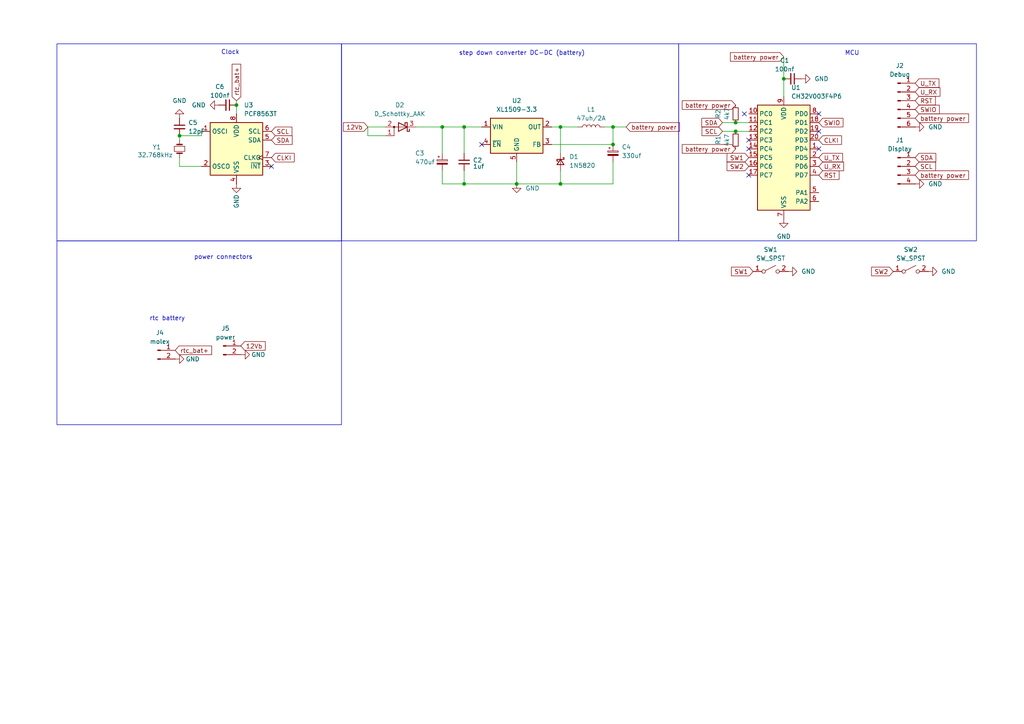
<source format=kicad_sch>
(kicad_sch (version 20250114) (generator "eeschema") (generator_version "9.0")
  (paper "A4")
  (title_block (title "SJ413-clock") (date "2025-04-22") (rev "1.0"))
  (lib_symbols
    (symbol "Connector:Conn_01x02_Pin" (pin_names (offset 1.016) (hide yes))
      (property "Reference" "J" (at 0 2.54 0))
      (property "Value" "Conn_01x02_Pin" (at 0 -5.08 0))
      (symbol "Conn_01x02_Pin_1_1"
        (rectangle (start 0.8636 0.127) (end 0 -0.127) (stroke (width 0.1524)) (fill (type outline)))
        (rectangle (start 0.8636 -2.413) (end 0 -2.667) (stroke (width 0.1524)) (fill (type outline)))
        (polyline (pts (xy 1.27 0) (xy 0.8636 0)) (stroke (width 0.1524)))
        (polyline (pts (xy 1.27 -2.54) (xy 0.8636 -2.54)) (stroke (width 0.1524)))
        (pin passive line (at 5.08 0 180) (length 3.81) (name "Pin_1") (number "1"))
        (pin passive line (at 5.08 -2.54 180) (length 3.81) (name "Pin_2") (number "2"))
      )
    )
    (symbol "Connector:Conn_01x04_Pin" (pin_names (offset 1.016) (hide yes))
      (property "Reference" "J" (at 0 5.08 0))
      (property "Value" "Conn_01x04_Pin" (at 0 -7.62 0))
      (symbol "Conn_01x04_Pin_1_1"
        (rectangle (start 0.8636 2.667) (end 0 2.413) (stroke (width 0.1524)) (fill (type outline)))
        (rectangle (start 0.8636 0.127) (end 0 -0.127) (stroke (width 0.1524)) (fill (type outline)))
        (rectangle (start 0.8636 -2.413) (end 0 -2.667) (stroke (width 0.1524)) (fill (type outline)))
        (rectangle (start 0.8636 -4.953) (end 0 -5.207) (stroke (width 0.1524)) (fill (type outline)))
        (polyline (pts (xy 1.27 2.54) (xy 0.8636 2.54)) (stroke (width 0.1524)))
        (polyline (pts (xy 1.27 0) (xy 0.8636 0)) (stroke (width 0.1524)))
        (polyline (pts (xy 1.27 -2.54) (xy 0.8636 -2.54)) (stroke (width 0.1524)))
        (polyline (pts (xy 1.27 -5.08) (xy 0.8636 -5.08)) (stroke (width 0.1524)))
        (pin passive line (at 5.08 2.54 180) (length 3.81) (name "Pin_1") (number "1"))
        (pin passive line (at 5.08 0 180) (length 3.81) (name "Pin_2") (number "2"))
        (pin passive line (at 5.08 -2.54 180) (length 3.81) (name "Pin_3") (number "3"))
        (pin passive line (at 5.08 -5.08 180) (length 3.81) (name "Pin_4") (number "4"))
      )
    )
    (symbol "Connector:Conn_01x06_Pin" (pin_names (offset 1.016) (hide yes))
      (property "Reference" "J" (at 0 7.62 0))
      (property "Value" "Conn_01x06_Pin" (at 0 -10.16 0))
      (symbol "Conn_01x06_Pin_1_1"
        (rectangle (start 0.8636 5.207) (end 0 4.953) (stroke (width 0.1524)) (fill (type outline)))
        (rectangle (start 0.8636 2.667) (end 0 2.413) (stroke (width 0.1524)) (fill (type outline)))
        (rectangle (start 0.8636 0.127) (end 0 -0.127) (stroke (width 0.1524)) (fill (type outline)))
        (rectangle (start 0.8636 -2.413) (end 0 -2.667) (stroke (width 0.1524)) (fill (type outline)))
        (rectangle (start 0.8636 -4.953) (end 0 -5.207) (stroke (width 0.1524)) (fill (type outline)))
        (rectangle (start 0.8636 -7.493) (end 0 -7.747) (stroke (width 0.1524)) (fill (type outline)))
        (polyline (pts (xy 1.27 5.08) (xy 0.8636 5.08)) (stroke (width 0.1524)))
        (polyline (pts (xy 1.27 2.54) (xy 0.8636 2.54)) (stroke (width 0.1524)))
        (polyline (pts (xy 1.27 0) (xy 0.8636 0)) (stroke (width 0.1524)))
        (polyline (pts (xy 1.27 -2.54) (xy 0.8636 -2.54)) (stroke (width 0.1524)))
        (polyline (pts (xy 1.27 -5.08) (xy 0.8636 -5.08)) (stroke (width 0.1524)))
        (polyline (pts (xy 1.27 -7.62) (xy 0.8636 -7.62)) (stroke (width 0.1524)))
        (pin passive line (at 5.08 5.08 180) (length 3.81) (name "Pin_1") (number "1"))
        (pin passive line (at 5.08 2.54 180) (length 3.81) (name "Pin_2") (number "2"))
        (pin passive line (at 5.08 0 180) (length 3.81) (name "Pin_3") (number "3"))
        (pin passive line (at 5.08 -2.54 180) (length 3.81) (name "Pin_4") (number "4"))
        (pin passive line (at 5.08 -5.08 180) (length 3.81) (name "Pin_5") (number "5"))
        (pin passive line (at 5.08 -7.62 180) (length 3.81) (name "Pin_6") (number "6"))
      )
    )
    (symbol "Device:C_Polarized_Small" (pin_numbers (hide yes)) (pin_names (offset 0.254) (hide yes))
      (property "Reference" "C" (at 0.254 1.778 0))
      (property "Value" "C_Polarized_Small" (at 0.254 -2.032 0))
      (symbol "C_Polarized_Small_0_1"
        (rectangle (start -1.524 0.6858) (end 1.524 0.3048))
        (rectangle (start -1.524 -0.3048) (end 1.524 -0.6858) (fill (type outline)))
        (polyline (pts (xy -1.27 1.524) (xy -0.762 1.524)))
        (polyline (pts (xy -1.016 1.27) (xy -1.016 1.778)))
      )
      (symbol "C_Polarized_Small_1_1"
        (pin passive line (at 0 2.54 270) (length 1.8542) (name "~") (number "1"))
        (pin passive line (at 0 -2.54 90) (length 1.8542) (name "~") (number "2"))
      )
    )
    (symbol "Device:C_Small" (pin_numbers (hide yes)) (pin_names (offset 0.254) (hide yes))
      (property "Reference" "C" (at 0.254 1.778 0))
      (property "Value" "C_Small" (at 0.254 -2.032 0))
      (symbol "C_Small_0_1"
        (polyline (pts (xy -1.524 0.508) (xy 1.524 0.508)) (stroke (width 0.3048)))
        (polyline (pts (xy -1.524 -0.508) (xy 1.524 -0.508)) (stroke (width 0.3302)))
      )
      (symbol "C_Small_1_1"
        (pin passive line (at 0 2.54 270) (length 2.032) (name "~") (number "1"))
        (pin passive line (at 0 -2.54 90) (length 2.032) (name "~") (number "2"))
      )
    )
    (symbol "Device:Crystal_Small" (pin_numbers (hide yes)) (pin_names (offset 1.016) (hide yes))
      (property "Reference" "Y" (at 0 2.54 0))
      (property "Value" "Crystal_Small" (at 0 -2.54 0))
      (symbol "Crystal_Small_0_1"
        (polyline (pts (xy -1.27 -0.762) (xy -1.27 0.762)) (stroke (width 0.381)))
        (rectangle (start -0.762 -1.524) (end 0.762 1.524))
        (polyline (pts (xy 1.27 -0.762) (xy 1.27 0.762)) (stroke (width 0.381)))
      )
      (symbol "Crystal_Small_1_1"
        (pin passive line (at -2.54 0 0) (length 1.27) (name "1") (number "1"))
        (pin passive line (at 2.54 0 180) (length 1.27) (name "2") (number "2"))
      )
    )
    (symbol "Device:D_Schottky_AAK" (pin_names (offset 0) (hide yes))
      (property "Reference" "D" (at 0 2.54 0))
      (property "Value" "D_Schottky_AAK" (at 0 -2.54 0))
      (symbol "D_Schottky_AAK_0_1"
        (polyline (pts (xy -1.905 0.635) (xy -1.905 1.27) (xy -1.27 1.27) (xy -1.27 -1.27) (xy -0.635 -1.27) (xy -0.635 -0.635)) (stroke (width 0.254)))
        (polyline (pts (xy 1.27 1.27) (xy 1.27 -1.27) (xy -1.27 0) (xy 1.27 1.27)) (stroke (width 0.254)))
        (circle (center 2.54 0) (radius 0.254) (fill (type outline)))
        (polyline (pts (xy 3.81 2.54) (xy 2.54 2.54) (xy 2.54 0) (xy -1.27 0)))
      )
      (symbol "D_Schottky_AAK_1_1"
        (pin passive line (at -3.81 0 0) (length 2.54) (name "K") (number "3"))
        (pin passive line (at 5.08 2.54 180) (length 2.54) (name "A") (number "1"))
        (pin passive line (at 5.08 0 180) (length 2.54) (name "A") (number "2"))
      )
    )
    (symbol "Device:D_Schottky_Small" (pin_numbers (hide yes)) (pin_names (offset 0.254) (hide yes))
      (property "Reference" "D" (at -1.27 2.032 0))
      (property "Value" "D_Schottky_Small" (at -7.112 -2.032 0))
      (symbol "D_Schottky_Small_0_1"
        (polyline (pts (xy -1.27 0.762) (xy -1.27 1.016) (xy -0.762 1.016) (xy -0.762 -1.016) (xy -0.254 -1.016) (xy -0.254 -0.762)) (stroke (width 0.254)))
        (polyline (pts (xy -0.762 0) (xy 0.762 0)))
        (polyline (pts (xy 0.762 -1.016) (xy -0.762 0) (xy 0.762 1.016) (xy 0.762 -1.016)) (stroke (width 0.254)))
      )
      (symbol "D_Schottky_Small_1_1"
        (pin passive line (at -2.54 0 0) (length 1.778) (name "K") (number "1"))
        (pin passive line (at 2.54 0 180) (length 1.778) (name "A") (number "2"))
      )
    )
    (symbol "Device:L" (pin_numbers (hide yes)) (pin_names (offset 1.016) (hide yes))
      (property "Reference" "L" (at -1.27 0 90))
      (property "Value" "L" (at 1.905 0 90))
      (symbol "L_0_1"
        (arc (start 0 2.54) (mid 0.6323 1.905) (end 0 1.27))
        (arc (start 0 1.27) (mid 0.6323 0.635) (end 0 0))
        (arc (start 0 0) (mid 0.6323 -0.635) (end 0 -1.27))
        (arc (start 0 -1.27) (mid 0.6323 -1.905) (end 0 -2.54))
      )
      (symbol "L_1_1"
        (pin passive line (at 0 3.81 270) (length 1.27) (name "1") (number "1"))
        (pin passive line (at 0 -3.81 90) (length 1.27) (name "2") (number "2"))
      )
    )
    (symbol "Device:R_Small" (pin_numbers (hide yes)) (pin_names (offset 0.254) (hide yes))
      (property "Reference" "R" (at 0.762 0.508 0))
      (property "Value" "R_Small" (at 0.762 -1.016 0))
      (symbol "R_Small_0_1"
        (rectangle (start -0.762 1.778) (end 0.762 -1.778) (stroke (width 0.2032)))
      )
      (symbol "R_Small_1_1"
        (pin passive line (at 0 2.54 270) (length 0.762) (name "~") (number "1"))
        (pin passive line (at 0 -2.54 90) (length 0.762) (name "~") (number "2"))
      )
    )
    (symbol "MCU_WCH_CH32V0:CH32V003FxPx"
      (property "Reference" "U" (at -7.62 17.78 0))
      (property "Value" "CH32V003FxPx" (at 7.62 17.78 0))
      (symbol "CH32V003FxPx_1_1"
        (rectangle (start -7.62 15.24) (end 7.62 -15.24) (stroke (width 0.254)) (fill (type background)))
        (pin bidirectional line (at -10.16 12.7 0) (length 2.54) (name "PC0") (number "10"))
        (pin bidirectional line (at -10.16 10.16 0) (length 2.54) (name "PC1") (number "11"))
        (pin bidirectional line (at -10.16 7.62 0) (length 2.54) (name "PC2") (number "12"))
        (pin bidirectional line (at -10.16 5.08 0) (length 2.54) (name "PC3") (number "13"))
        (pin bidirectional line (at -10.16 2.54 0) (length 2.54) (name "PC4") (number "14"))
        (pin bidirectional line (at -10.16 0 0) (length 2.54) (name "PC5") (number "15"))
        (pin bidirectional line (at -10.16 -2.54 0) (length 2.54) (name "PC6") (number "16"))
        (pin bidirectional line (at -10.16 -5.08 0) (length 2.54) (name "PC7") (number "17"))
        (pin power_in line (at 0 17.78 270) (length 2.54) (name "VDD") (number "9"))
        (pin power_in line (at 0 -17.78 90) (length 2.54) (name "VSS") (number "7"))
        (pin bidirectional line (at 10.16 12.7 180) (length 2.54) (name "PD0") (number "8"))
        (pin bidirectional line (at 10.16 10.16 180) (length 2.54) (name "PD1") (number "18"))
        (pin bidirectional line (at 10.16 7.62 180) (length 2.54) (name "PD2") (number "19"))
        (pin bidirectional line (at 10.16 5.08 180) (length 2.54) (name "PD3") (number "20"))
        (pin bidirectional line (at 10.16 2.54 180) (length 2.54) (name "PD4") (number "1"))
        (pin bidirectional line (at 10.16 0 180) (length 2.54) (name "PD5") (number "2"))
        (pin bidirectional line (at 10.16 -2.54 180) (length 2.54) (name "PD6") (number "3"))
        (pin bidirectional line (at 10.16 -5.08 180) (length 2.54) (name "PD7") (number "4"))
        (pin bidirectional line (at 10.16 -10.16 180) (length 2.54) (name "PA1") (number "5"))
        (pin bidirectional line (at 10.16 -12.7 180) (length 2.54) (name "PA2") (number "6"))
      )
    )
    (symbol "Regulator_Switching:XL1509-3.3"
      (property "Reference" "U" (at -7.112 6.096 0))
      (property "Value" "XL1509-3.3" (at 5.842 6.096 0))
      (symbol "XL1509-3.3_0_1"
        (rectangle (start -7.62 5.08) (end 7.62 -5.08) (stroke (width 0.254)) (fill (type background)))
      )
      (symbol "XL1509-3.3_1_1"
        (pin power_in line (at -10.16 2.54 0) (length 2.54) (name "VIN") (number "1"))
        (pin input line (at -10.16 -2.54 0) (length 2.54) (name "~{EN}") (number "4"))
        (pin power_in line (at 0 -7.62 90) (length 2.54) (name "GND") (number "5"))
        (pin passive line (at 0 -7.62 90) (length 2.54) (hide yes) (name "GND") (number "6"))
        (pin passive line (at 0 -7.62 90) (length 2.54) (hide yes) (name "GND") (number "7"))
        (pin passive line (at 0 -7.62 90) (length 2.54) (hide yes) (name "GND") (number "8"))
        (pin power_out line (at 10.16 2.54 180) (length 2.54) (name "OUT") (number "2"))
        (pin input line (at 10.16 -2.54 180) (length 2.54) (name "FB") (number "3"))
      )
    )
    (symbol "Switch:SW_SPST" (pin_names (offset 0) (hide yes))
      (property "Reference" "SW" (at 0 3.175 0))
      (property "Value" "SW_SPST" (at 0 -2.54 0))
      (symbol "SW_SPST_0_0"
        (circle (center -2.032 0) (radius 0.508))
        (polyline (pts (xy -1.524 0.254) (xy 1.524 1.778)))
        (circle (center 2.032 0) (radius 0.508))
      )
      (symbol "SW_SPST_1_1"
        (pin passive line (at -5.08 0 0) (length 2.54) (name "A") (number "1"))
        (pin passive line (at 5.08 0 180) (length 2.54) (name "B") (number "2"))
      )
    )
    (symbol "Timer_RTC:PCF8563T"
      (property "Reference" "U" (at -7.62 8.89 0))
      (property "Value" "PCF8563T" (at 2.54 8.89 0))
      (symbol "PCF8563T_0_1"
        (rectangle (start -7.62 7.62) (end 7.62 -7.62) (stroke (width 0.254)) (fill (type background)))
      )
      (symbol "PCF8563T_1_1"
        (pin input line (at -10.16 5.08 0) (length 2.54) (name "OSCI") (number "1"))
        (pin output line (at -10.16 -5.08 0) (length 2.54) (name "OSCO") (number "2"))
        (pin power_in line (at 0 10.16 270) (length 2.54) (name "VDD") (number "8"))
        (pin power_in line (at 0 -10.16 90) (length 2.54) (name "VSS") (number "4"))
        (pin input line (at 10.16 5.08 180) (length 2.54) (name "SCL") (number "6"))
        (pin bidirectional line (at 10.16 2.54 180) (length 2.54) (name "SDA") (number "5"))
        (pin output clock (at 10.16 -2.54 180) (length 2.54) (name "CLKO") (number "7"))
        (pin output line (at 10.16 -5.08 180) (length 2.54) (name "~{INT}") (number "3"))
      )
    )
    (symbol "power:GND" (power) (pin_numbers (hide yes)) (pin_names (offset 0) (hide yes))
      (property "Value" "GND" (at 0 -3.81 0))
      (symbol "GND_0_1"
        (polyline (pts (xy 0 0) (xy 0 -1.27) (xy 1.27 -1.27) (xy 0 -2.54) (xy -1.27 -1.27) (xy 0 -1.27)))
      )
      (symbol "GND_1_1"
        (pin power_in line (at 0 0 270) (length 0) (name "~") (number "1"))
      )
    )
  )
  (rectangle (start 16.51 69.85) (end 99.06 123.19))
  (rectangle (start 16.51 12.7) (end 99.06 69.85))
  (rectangle (start 196.85 12.7) (end 283.21 69.85))
  (rectangle (start 99.06 12.7) (end 196.85 69.85))
  (text "MCU" (at 247.142 15.494 0) (effects (font (size 1.27 1.27))))
  (text "power connectors" (at 64.77 74.676 0) (effects (font (size 1.27 1.27))))
  (text "Clock" (at 66.802 15.24 0) (effects (font (size 1.27 1.27))))
  (text "step down converter DC-DC (battery)" (at 151.384 15.494 0) (effects (font (size 1.27 1.27))))
  (text "rtc battery" (at 48.514 92.456 0) (effects (font (size 1.27 1.27))))
  (junction (at 177.8 36.83))
  (junction (at 134.62 36.83))
  (junction (at 162.56 36.83))
  (junction (at 227.33 22.86))
  (junction (at 162.56 53.34))
  (junction (at 177.8 41.91))
  (junction (at 134.62 53.34))
  (junction (at 128.27 36.83))
  (junction (at 68.58 30.48))
  (junction (at 52.07 39.37))
  (junction (at 213.36 35.56))
  (junction (at 149.86 53.34))
  (junction (at 213.36 38.1))
  (no_connect (at 78.74 48.26))
  (no_connect (at 217.17 43.18))
  (no_connect (at 237.49 38.1))
  (no_connect (at 217.17 50.8))
  (no_connect (at 215.9 33.02))
  (no_connect (at 237.49 33.02))
  (no_connect (at 139.7 41.91))
  (no_connect (at 217.17 40.64))
  (no_connect (at 237.49 43.18))
  (wire (pts (xy 209.55 35.56) (xy 213.36 35.56)))
  (wire (pts (xy 128.27 36.83) (xy 128.27 44.45)))
  (wire (pts (xy 177.8 53.34) (xy 177.8 46.99)))
  (wire (pts (xy 58.42 38.1) (xy 58.42 39.37)))
  (wire (pts (xy 52.07 39.37) (xy 52.07 40.64)))
  (wire (pts (xy 213.36 35.56) (xy 217.17 35.56)))
  (wire (pts (xy 52.07 48.26) (xy 58.42 48.26)))
  (wire (pts (xy 128.27 53.34) (xy 134.62 53.34)))
  (wire (pts (xy 52.07 45.72) (xy 52.07 48.26)))
  (wire (pts (xy 149.86 46.99) (xy 149.86 53.34)))
  (wire (pts (xy 162.56 49.53) (xy 162.56 53.34)))
  (wire (pts (xy 175.26 36.83) (xy 177.8 36.83)))
  (wire (pts (xy 68.58 29.21) (xy 68.58 30.48)))
  (wire (pts (xy 227.33 22.86) (xy 227.33 27.94)))
  (wire (pts (xy 162.56 44.45) (xy 162.56 36.83)))
  (wire (pts (xy 111.76 39.37) (xy 106.68 39.37)))
  (wire (pts (xy 162.56 53.34) (xy 177.8 53.34)))
  (wire (pts (xy 149.86 53.34) (xy 134.62 53.34)))
  (wire (pts (xy 160.02 41.91) (xy 177.8 41.91)))
  (wire (pts (xy 106.68 36.83) (xy 111.76 36.83)))
  (wire (pts (xy 106.68 39.37) (xy 106.68 36.83)))
  (wire (pts (xy 162.56 53.34) (xy 149.86 53.34)))
  (wire (pts (xy 128.27 36.83) (xy 134.62 36.83)))
  (wire (pts (xy 177.8 36.83) (xy 177.8 41.91)))
  (wire (pts (xy 160.02 36.83) (xy 162.56 36.83)))
  (wire (pts (xy 128.27 53.34) (xy 128.27 49.53)))
  (wire (pts (xy 134.62 36.83) (xy 139.7 36.83)))
  (wire (pts (xy 134.62 49.53) (xy 134.62 53.34)))
  (wire (pts (xy 177.8 36.83) (xy 181.61 36.83)))
  (wire (pts (xy 227.33 16.51) (xy 227.33 22.86)))
  (wire (pts (xy 162.56 36.83) (xy 167.64 36.83)))
  (wire (pts (xy 68.58 30.48) (xy 68.58 33.02)))
  (wire (pts (xy 134.62 44.45) (xy 134.62 36.83)))
  (wire (pts (xy 213.36 38.1) (xy 217.17 38.1)))
  (wire (pts (xy 120.65 36.83) (xy 128.27 36.83)))
  (wire (pts (xy 58.42 39.37) (xy 52.07 39.37)))
  (wire (pts (xy 209.55 38.1) (xy 213.36 38.1)))
  (global_label "12Vb" (shape input) (at 106.68 36.83 180) (property "Intersheetrefs" "${INTERSHEET_REFS}" (effects (hide yes))))
  (global_label "rtc_bat+" (shape input) (at 50.8 101.6 0) (property "Intersheetrefs" "${INTERSHEET_REFS}" (effects (hide yes))))
  (global_label "SCL" (shape input) (at 265.43 48.26 0) (property "Intersheetrefs" "${INTERSHEET_REFS}" (effects (hide yes))))
  (global_label "CLKI" (shape input) (at 237.49 40.64 0) (property "Intersheetrefs" "${INTERSHEET_REFS}" (effects (hide yes))))
  (global_label "U_TX" (shape input) (at 265.43 24.13 0) (property "Intersheetrefs" "${INTERSHEET_REFS}" (effects (hide yes))))
  (global_label "battery power" (shape input) (at 213.36 30.48 180) (property "Intersheetrefs" "${INTERSHEET_REFS}" (effects (hide yes))))
  (global_label "SDA" (shape input) (at 78.74 40.64 0) (property "Intersheetrefs" "${INTERSHEET_REFS}" (effects (hide yes))))
  (global_label "battery power" (shape input) (at 265.43 50.8 0) (property "Intersheetrefs" "${INTERSHEET_REFS}" (effects (hide yes))))
  (global_label "RST" (shape input) (at 237.49 50.8 0) (property "Intersheetrefs" "${INTERSHEET_REFS}" (effects (hide yes))))
  (global_label "12Vb" (shape input) (at 69.85 100.33 0) (property "Intersheetrefs" "${INTERSHEET_REFS}" (effects (hide yes))))
  (global_label "SDA" (shape input) (at 265.43 45.72 0) (property "Intersheetrefs" "${INTERSHEET_REFS}" (effects (hide yes))))
  (global_label "RST" (shape input) (at 265.43 29.21 0) (property "Intersheetrefs" "${INTERSHEET_REFS}" (effects (hide yes))))
  (global_label "battery power" (shape input) (at 213.36 43.18 180) (property "Intersheetrefs" "${INTERSHEET_REFS}" (effects (hide yes))))
  (global_label "SCL" (shape input) (at 78.74 38.1 0) (property "Intersheetrefs" "${INTERSHEET_REFS}" (effects (hide yes))))
  (global_label "U_RX" (shape input) (at 265.43 26.67 0) (property "Intersheetrefs" "${INTERSHEET_REFS}" (effects (hide yes))))
  (global_label "SWIO" (shape input) (at 265.43 31.75 0) (property "Intersheetrefs" "${INTERSHEET_REFS}" (effects (hide yes))))
  (global_label "battery power" (shape input) (at 265.43 34.29 0) (property "Intersheetrefs" "${INTERSHEET_REFS}" (effects (hide yes))))
  (global_label "SW2" (shape input) (at 217.17 48.26 180) (property "Intersheetrefs" "${INTERSHEET_REFS}" (effects (hide yes))))
  (global_label "SDA" (shape input) (at 209.55 35.56 180) (property "Intersheetrefs" "${INTERSHEET_REFS}" (effects (hide yes))))
  (global_label "rtc_bat+" (shape input) (at 68.58 29.21 90) (property "Intersheetrefs" "${INTERSHEET_REFS}" (effects (hide yes))))
  (global_label "U_TX" (shape input) (at 237.49 45.72 0) (property "Intersheetrefs" "${INTERSHEET_REFS}" (effects (hide yes))))
  (global_label "battery power" (shape input) (at 181.61 36.83 0) (property "Intersheetrefs" "${INTERSHEET_REFS}" (effects (hide yes))))
  (global_label "SWIO" (shape input) (at 237.49 35.56 0) (property "Intersheetrefs" "${INTERSHEET_REFS}" (effects (hide yes))))
  (global_label "SW1" (shape input) (at 217.17 45.72 180) (property "Intersheetrefs" "${INTERSHEET_REFS}" (effects (hide yes))))
  (global_label "battery power" (shape input) (at 227.33 16.51 180) (property "Intersheetrefs" "${INTERSHEET_REFS}" (effects (hide yes))))
  (global_label "SW1" (shape input) (at 218.44 78.74 180) (property "Intersheetrefs" "${INTERSHEET_REFS}" (effects (hide yes))))
  (global_label "U_RX" (shape input) (at 237.49 48.26 0) (property "Intersheetrefs" "${INTERSHEET_REFS}" (effects (hide yes))))
  (global_label "SW2" (shape input) (at 259.08 78.74 180) (property "Intersheetrefs" "${INTERSHEET_REFS}" (effects (hide yes))))
  (global_label "CLKI" (shape input) (at 78.74 45.72 0) (property "Intersheetrefs" "${INTERSHEET_REFS}" (effects (hide yes))))
  (global_label "SCL" (shape input) (at 209.55 38.1 180) (property "Intersheetrefs" "${INTERSHEET_REFS}" (effects (hide yes))))
  (symbol (lib_id "power:GND") (at 52.07 34.29 180) (unit 1)
    (property "Reference" "#PWR03" (effects (hide yes)))
    (property "Value" "GND" (at 52.07 29.21 0))
    (property "Description" "Power symbol creates a global label with name \"GND\" , ground" (effects (hide yes)))
  )
  (symbol (lib_id "Timer_RTC:PCF8563T") (at 68.58 43.18 0) (unit 1)
    (property "Reference" "U3" (at 70.7233 30.48 0) (effects (justify left)))
    (property "Value" "PCF8563T" (at 70.7233 33.02 0) (effects (justify left)))
    (property "Footprint" "Package_SO:SOIC-8_3.9x4.9mm_P1.27mm" (effects (hide yes)))
    (property "Datasheet" "https://www.nxp.com/docs/en/data-sheet/PCF8563.pdf" (effects (hide yes)))
    (property "Description" "Realtime Clock/Calendar I2C Interface, SOIC-8" (effects (hide yes)))
    (property "MPN" "PCF8563T/5,518" (effects (hide yes)))
    (property "Manufacturer" "NXP Semicon " (effects (hide yes)))
    (property "Package" "SOIC-8" (effects (hide yes)))
  )
  (symbol (lib_id "power:GND") (at 265.43 53.34 90) (unit 1)
    (property "Reference" "#PWR011" (effects (hide yes)))
    (property "Value" "GND" (at 269.24 53.3399 90) (effects (justify right)))
    (property "Description" "Power symbol creates a global label with name \"GND\" , ground" (effects (hide yes)))
  )
  (symbol (lib_id "Device:C_Small") (at 229.87 22.86 270) (unit 1)
    (property "Reference" "C1" (at 227.584 17.526 90))
    (property "Value" "100nf" (at 227.584 20.066 90))
    (property "Footprint" "Capacitor_SMD:C_0603_1608Metric" (effects (hide yes)))
    (property "Description" "Unpolarized capacitor, small symbol" (effects (hide yes)))
    (property "MPN" "CC0603KRX7R9BB104" (effects (hide yes)))
    (property "Manufacturer" "YAGEO" (effects (hide yes)))
    (property "Package" "0603" (effects (hide yes)))
  )
  (symbol (lib_id "Connector:Conn_01x06_Pin") (at 260.35 29.21 0) (unit 1)
    (property "Reference" "J2" (at 260.985 19.05 0))
    (property "Value" "Debug" (at 260.985 21.59 0))
    (property "Footprint" "Connector_PinSocket_2.54mm:PinSocket_1x06_P2.54mm_Vertical_SMD_Pin1Left" (effects (hide yes)))
    (property "Description" "Generic connector, single row, 01x06, script generated" (effects (hide yes)))
  )
  (symbol (lib_id "Device:Crystal_Small") (at 52.07 43.18 90) (unit 1)
    (property "Reference" "Y1" (at 44.196 42.672 90) (effects (justify right)))
    (property "Value" "32.768kHz" (at 39.878 44.958 90) (effects (justify right)))
    (property "Footprint" "Crystal:Crystal_SMD_3215-2Pin_3.2x1.5mm" (effects (hide yes)))
    (property "Description" "Two pin crystal, small symbol" (effects (hide yes)))
    (property "MPN" "9H03200034" (effects (hide yes)))
    (property "Manufacturer" "TXC Corp" (effects (hide yes)))
    (property "Package" "SMD3215" (effects (hide yes)))
  )
  (symbol (lib_id "Connector:Conn_01x04_Pin") (at 260.35 48.26 0) (unit 1)
    (property "Reference" "J1" (at 260.985 40.64 0))
    (property "Value" "Display" (at 260.985 43.18 0))
    (property "Footprint" "Connector_PinHeader_2.54mm:PinHeader_1x04_P2.54mm_Vertical_SMD_Pin1Left" (effects (hide yes)))
    (property "Description" "Generic connector, single row, 01x04, script generated" (effects (hide yes)))
  )
  (symbol (lib_id "power:GND") (at 69.85 102.87 90) (unit 1)
    (property "Reference" "#PWR07" (effects (hide yes)))
    (property "Value" "GND" (at 74.93 102.87 90))
    (property "Description" "Power symbol creates a global label with name \"GND\" , ground" (effects (hide yes)))
  )
  (symbol (lib_id "Switch:SW_SPST") (at 264.16 78.74 0) (unit 1)
    (property "Reference" "SW2" (at 264.16 72.39 0))
    (property "Value" "SW_SPST" (at 264.16 74.93 0))
    (property "Footprint" "clockLib:membrane switch" (effects (hide yes)))
    (property "Description" "Single Pole Single Throw (SPST) switch" (effects (hide yes)))
  )
  (symbol (lib_id "power:GND") (at 68.58 53.34 0) (unit 1)
    (property "Reference" "#PWR01" (effects (hide yes)))
    (property "Value" "GND" (at 68.58 58.42 90))
    (property "Description" "Power symbol creates a global label with name \"GND\" , ground" (effects (hide yes)))
  )
  (symbol (lib_id "MCU_WCH_CH32V0:CH32V003FxPx") (at 227.33 45.72 0) (unit 1)
    (property "Reference" "U1" (at 229.4733 25.4 0) (effects (justify left)))
    (property "Value" "CH32V003F4P6" (at 229.4733 27.94 0) (effects (justify left)))
    (property "Footprint" "Package_SO:TSSOP-20_4.4x6.5mm_P0.65mm" (effects (hide yes)))
    (property "Datasheet" "https://www.wch-ic.com/products/CH32V003.html" (effects (hide yes)))
    (property "Description" "CH32V003 series are industrial-grade general-purpose microcontrollers designed based on 32-bit RISC-V instruction set and architecture. It adopts QingKe V2A core, RV32EC instruction set, and supports 2 levels of interrupt nesting. The series are mounted with rich peripheral interfaces and function modules. Its internal organizational structure meets the low-cost and low-power embedded application scenarios." (effects (hide yes)))
    (property "MPN" "CH32V003F4P6" (effects (hide yes)))
    (property "Manufacturer" "WCH" (effects (hide yes)))
    (property "Package" "TSSOP-20-175mil" (effects (hide yes)))
  )
  (symbol (lib_id "Device:C_Polarized_Small") (at 177.8 44.45 0) (unit 1)
    (property "Reference" "C4" (at 180.34 42.6338 0) (effects (justify left)))
    (property "Value" "330uf" (at 180.34 45.1738 0) (effects (justify left)))
    (property "Footprint" "Capacitor_SMD:CP_Elec_10x10.5" (effects (hide yes)))
    (property "Description" "Polarized capacitor, small symbol" (effects (hide yes)))
  )
  (symbol (lib_id "power:GND") (at 232.41 22.86 90) (unit 1)
    (property "Reference" "#PWR04" (effects (hide yes)))
    (property "Value" "GND" (at 236.22 22.8599 90) (effects (justify right)))
    (property "Description" "Power symbol creates a global label with name \"GND\" , ground" (effects (hide yes)))
  )
  (symbol (lib_id "Connector:Conn_01x02_Pin") (at 45.72 101.6 0) (unit 1)
    (property "Reference" "J4" (at 46.355 96.52 0))
    (property "Value" "molex" (at 46.355 99.06 0))
    (property "Footprint" "Connector_Molex:Molex_PicoBlade_53047-0210_1x02_P1.25mm_Vertical" (effects (hide yes)))
    (property "Description" "Generic connector, single row, 01x02, script generated" (effects (hide yes)))
  )
  (symbol (lib_id "power:GND") (at 265.43 36.83 90) (unit 1)
    (property "Reference" "#PWR05" (effects (hide yes)))
    (property "Value" "GND" (at 269.24 36.8299 90) (effects (justify right)))
    (property "Description" "Power symbol creates a global label with name \"GND\" , ground" (effects (hide yes)))
  )
  (symbol (lib_id "power:GND") (at 269.24 78.74 90) (unit 1)
    (property "Reference" "#PWR013" (effects (hide yes)))
    (property "Value" "GND" (at 273.05 78.7399 90) (effects (justify right)))
    (property "Description" "Power symbol creates a global label with name \"GND\" , ground" (effects (hide yes)))
  )
  (symbol (lib_id "Device:L") (at 171.45 36.83 90) (unit 1)
    (property "Reference" "L1" (at 171.45 31.75 90))
    (property "Value" "47uh/2A" (at 171.45 34.29 90))
    (property "Footprint" "Inductor_SMD:L_Sumida_CDMC6D28_7.25x6.5mm" (effects (hide yes)))
    (property "Description" "Inductor" (effects (hide yes)))
  )
  (symbol (lib_id "Device:R_Small") (at 213.36 40.64 0) (unit 1)
    (property "Reference" "R1" (at 208.28 40.64 90))
    (property "Value" "4k7" (at 210.82 40.64 90))
    (property "Footprint" "Resistor_SMD:R_0603_1608Metric" (effects (hide yes)))
    (property "Description" "Resistor, small symbol" (effects (hide yes)))
  )
  (symbol (lib_id "power:GND") (at 149.86 53.34 0) (unit 1)
    (property "Reference" "#PWR06" (effects (hide yes)))
    (property "Value" "GND" (at 152.4 54.6099 0) (effects (justify left)))
    (property "Description" "Power symbol creates a global label with name \"GND\" , ground" (effects (hide yes)))
  )
  (symbol (lib_id "Device:R_Small") (at 213.36 33.02 0) (unit 1)
    (property "Reference" "R2" (at 208.28 33.02 90))
    (property "Value" "4k7" (at 210.82 33.02 90))
    (property "Footprint" "Resistor_SMD:R_0603_1608Metric" (effects (hide yes)))
    (property "Description" "Resistor, small symbol" (effects (hide yes)))
  )
  (symbol (lib_id "Regulator_Switching:XL1509-3.3") (at 149.86 39.37 0) (unit 1)
    (property "Reference" "U2" (at 149.86 29.21 0))
    (property "Value" "XL1509-3.3" (at 149.86 31.75 0))
    (property "Footprint" "Package_SO:SOIC-8_3.9x4.9mm_P1.27mm" (effects (hide yes)))
    (property "Datasheet" "https://datasheet.lcsc.com/lcsc/1809050422_XLSEMI-XL1509-5-0E1_C61063.pdf" (effects (hide yes)))
    (property "Description" "Buck DC/DC Converter, 2A, 3.3V Output Voltage, 4.5-40V Input Voltage" (effects (hide yes)))
  )
  (symbol (lib_id "Switch:SW_SPST") (at 223.52 78.74 0) (unit 1)
    (property "Reference" "SW1" (at 223.52 72.39 0))
    (property "Value" "SW_SPST" (at 223.52 74.93 0))
    (property "Footprint" "clockLib:membrane switch" (effects (hide yes)))
    (property "Description" "Single Pole Single Throw (SPST) switch" (effects (hide yes)))
  )
  (symbol (lib_id "Device:C_Polarized_Small") (at 128.27 46.99 0) (unit 1)
    (property "Reference" "C3" (at 120.396 44.45 0) (effects (justify left)))
    (property "Value" "470uf" (at 120.396 46.99 0) (effects (justify left)))
    (property "Footprint" "Capacitor_SMD:CP_Elec_10x10.5" (effects (hide yes)))
    (property "Description" "Polarized capacitor, small symbol" (effects (hide yes)))
  )
  (symbol (lib_id "Device:C_Small") (at 66.04 30.48 270) (unit 1)
    (property "Reference" "C6" (at 63.754 25.146 90))
    (property "Value" "100nf" (at 63.754 27.686 90))
    (property "Footprint" "Capacitor_SMD:C_0603_1608Metric" (effects (hide yes)))
    (property "Description" "Unpolarized capacitor, small symbol" (effects (hide yes)))
    (property "MPN" "CC0603KRX7R9BB104" (effects (hide yes)))
    (property "Manufacturer" "YAGEO" (effects (hide yes)))
    (property "Package" "0603" (effects (hide yes)))
  )
  (symbol (lib_id "power:GND") (at 50.8 104.14 90) (unit 1)
    (property "Reference" "#PWR02" (effects (hide yes)))
    (property "Value" "GND" (at 55.88 104.14 90))
    (property "Description" "Power symbol creates a global label with name \"GND\" , ground" (effects (hide yes)))
  )
  (symbol (lib_id "Device:D_Schottky_Small") (at 162.56 46.99 270) (unit 1)
    (property "Reference" "D1" (at 165.1 45.4659 90) (effects (justify left)))
    (property "Value" "1N5820" (at 165.1 48.0059 90) (effects (justify left)))
    (property "Footprint" "Diode_THT:D_DO-201AD_P15.24mm_Horizontal" (effects (hide yes)))
    (property "Description" "Schottky diode, small symbol" (effects (hide yes)))
  )
  (symbol (lib_id "Device:D_Schottky_AAK") (at 116.84 36.83 180) (unit 1)
    (property "Reference" "D2" (at 115.951 30.48 0))
    (property "Value" "D_Schottky_AAK" (at 115.951 33.02 0))
    (property "Footprint" "clockLib:DIO_PMEG050V150EPDZ" (effects (hide yes)))
    (property "Description" "Schottky diode, anode on pins 1 and 2" (effects (hide yes)))
  )
  (symbol (lib_id "Device:C_Small") (at 52.07 36.83 0) (unit 1)
    (property "Reference" "C5" (at 54.61 35.5662 0) (effects (justify left)))
    (property "Value" "12pF" (at 54.61 38.1062 0) (effects (justify left)))
    (property "Footprint" "Capacitor_SMD:C_0402_1005Metric" (effects (hide yes)))
    (property "Description" "Unpolarized capacitor, small symbol" (effects (hide yes)))
    (property "MPN" "0402CG120J500NT" (effects (hide yes)))
    (property "Manufacturer" "FH (Guangdong Fenghua Advanced Tech) " (effects (hide yes)))
    (property "Package" "0402" (effects (hide yes)))
  )
  (symbol (lib_id "power:GND") (at 63.5 30.48 270) (unit 1)
    (property "Reference" "#PWR014" (effects (hide yes)))
    (property "Value" "GND" (at 59.69 30.4799 90) (effects (justify right)))
    (property "Description" "Power symbol creates a global label with name \"GND\" , ground" (effects (hide yes)))
  )
  (symbol (lib_id "Connector:Conn_01x02_Pin") (at 64.77 100.33 0) (unit 1)
    (property "Reference" "J5" (at 65.405 95.25 0))
    (property "Value" "power" (at 65.405 97.79 0))
    (property "Footprint" "Connector_PinSocket_2.54mm:PinSocket_1x02_P2.54mm_Vertical_SMD_Pin1Left" (effects (hide yes)))
    (property "Description" "Generic connector, single row, 01x02, script generated" (effects (hide yes)))
  )
  (symbol (lib_id "Device:C_Small") (at 134.62 46.99 0) (unit 1)
    (property "Reference" "C2" (at 137.16 46.482 0) (effects (justify left)))
    (property "Value" "1uf" (at 137.16 48.2662 0) (effects (justify left)))
    (property "Footprint" "Capacitor_SMD:C_1206_3216Metric" (effects (hide yes)))
    (property "Description" "Unpolarized capacitor, small symbol" (effects (hide yes)))
  )
  (symbol (lib_id "power:GND") (at 228.6 78.74 90) (unit 1)
    (property "Reference" "#PWR012" (effects (hide yes)))
    (property "Value" "GND" (at 232.41 78.7399 90) (effects (justify right)))
    (property "Description" "Power symbol creates a global label with name \"GND\" , ground" (effects (hide yes)))
  )
  (symbol (lib_id "power:GND") (at 227.33 63.5 0) (unit 1)
    (property "Reference" "#PWR08" (effects (hide yes)))
    (property "Value" "GND" (at 227.33 68.58 0))
    (property "Description" "Power symbol creates a global label with name \"GND\" , ground" (effects (hide yes)))
  )
)
</source>
